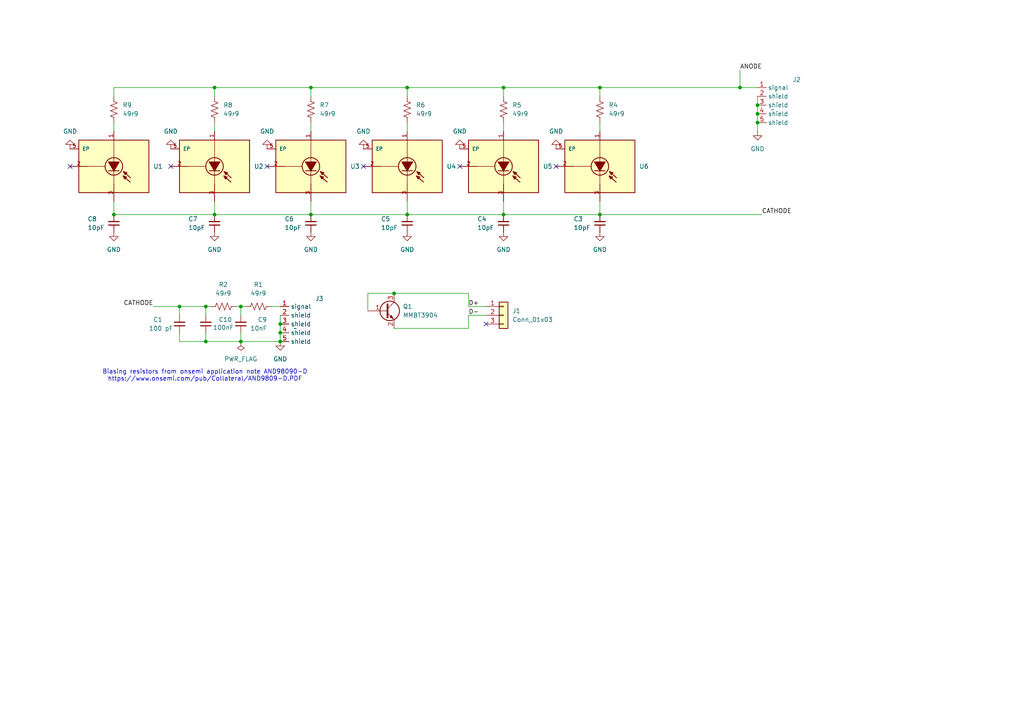
<source format=kicad_sch>
(kicad_sch (version 20231120) (generator "eeschema") (generator_version "8.0")
  (paper "A4")
  (title_block (title "onsemi grips sipm board") (date "2023-07-30") (rev "1") (company "university of minnesota") (comment 1 "william setterberg") (comment 2 "revised jan 2024"))
  (lib_symbols
    (symbol "Connector_Generic:Conn_01x03" (pin_names (offset 1.016) hide)
      (property "Reference" "J" (at 0 5.08 0))
      (property "Value" "Conn_01x03" (at 0 -5.08 0))
      (symbol "Conn_01x03_1_1"
        (rectangle (start -1.27 -2.413) (end 0 -2.667) (stroke (width 0.1524)))
        (rectangle (start -1.27 0.127) (end 0 -0.127) (stroke (width 0.1524)))
        (rectangle (start -1.27 2.667) (end 0 2.413) (stroke (width 0.1524)))
        (rectangle (start -1.27 3.81) (end 1.27 -3.81) (stroke (width 0.254)) (fill (type background)))
        (pin passive line (at -5.08 2.54 0) (length 3.81) (name "Pin_1") (number "1"))
        (pin passive line (at -5.08 0 0) (length 3.81) (name "Pin_2") (number "2"))
        (pin passive line (at -5.08 -2.54 0) (length 3.81) (name "Pin_3") (number "3"))
      )
    )
    (symbol "Device:C_Small" (pin_numbers hide) (pin_names (offset 0.254) hide)
      (property "Reference" "C" (at 0.254 1.778 0))
      (property "Value" "C_Small" (at 0.254 -2.032 0))
      (symbol "C_Small_0_1"
        (polyline (pts (xy -1.524 -0.508) (xy 1.524 -0.508)) (stroke (width 0.3302)))
        (polyline (pts (xy -1.524 0.508) (xy 1.524 0.508)) (stroke (width 0.3048)))
      )
      (symbol "C_Small_1_1"
        (pin passive line (at 0 2.54 270) (length 2.032) (name "~") (number "1"))
        (pin passive line (at 0 -2.54 90) (length 2.032) (name "~") (number "2"))
      )
    )
    (symbol "Device:R_US" (pin_numbers hide) (pin_names (offset 0))
      (property "Reference" "R" (at 2.54 0 90))
      (property "Value" "R_US" (at -2.54 0 90))
      (symbol "R_US_0_1"
        (polyline (pts (xy 0 -2.286) (xy 0 -2.54)))
        (polyline (pts (xy 0 2.286) (xy 0 2.54)))
        (polyline (pts (xy 0 -0.762) (xy 1.016 -1.143) (xy 0 -1.524) (xy -1.016 -1.905) (xy 0 -2.286)))
        (polyline (pts (xy 0 0.762) (xy 1.016 0.381) (xy 0 0) (xy -1.016 -0.381) (xy 0 -0.762)))
        (polyline (pts (xy 0 2.286) (xy 1.016 1.905) (xy 0 1.524) (xy -1.016 1.143) (xy 0 0.762)))
      )
      (symbol "R_US_1_1"
        (pin passive line (at 0 3.81 270) (length 1.27) (name "~") (number "1"))
        (pin passive line (at 0 -3.81 90) (length 1.27) (name "~") (number "2"))
      )
    )
    (symbol "GND_1" (power) (pin_numbers hide) (pin_names (offset 0) hide)
      (property "Value" "GND" (at 0 -3.81 0))
      (symbol "GND_1_0_1"
        (polyline (pts (xy 0 0) (xy 0 -1.27) (xy 1.27 -1.27) (xy 0 -2.54) (xy -1.27 -1.27) (xy 0 -1.27)))
      )
      (symbol "GND_1_1_1"
        (pin power_in line (at 0 0 270) (length 0) (name "~") (number "1"))
      )
    )
    (symbol "GND_3" (power) (pin_numbers hide) (pin_names (offset 0) hide)
      (property "Value" "GND" (at 0 -3.81 0))
      (symbol "GND_3_0_1"
        (polyline (pts (xy 0 0) (xy 0 -1.27) (xy 1.27 -1.27) (xy 0 -2.54) (xy -1.27 -1.27) (xy 0 -1.27)))
      )
      (symbol "GND_3_1_1"
        (pin power_in line (at 0 0 270) (length 0) (name "~") (number "1"))
      )
    )
    (symbol "GND_4" (power) (pin_numbers hide) (pin_names (offset 0) hide)
      (property "Value" "GND" (at 0 -3.81 0))
      (symbol "GND_4_0_1"
        (polyline (pts (xy 0 0) (xy 0 -1.27) (xy 1.27 -1.27) (xy 0 -2.54) (xy -1.27 -1.27) (xy 0 -1.27)))
      )
      (symbol "GND_4_1_1"
        (pin power_in line (at 0 0 270) (length 0) (name "~") (number "1"))
      )
    )
    (symbol "Transistor_BJT:MMBT3904" (pin_names (offset 0) hide)
      (property "Reference" "Q" (at 5.08 1.905 0))
      (property "Value" "MMBT3904" (at 5.08 0 0))
      (symbol "MMBT3904_0_1"
        (polyline (pts (xy 0.635 0.635) (xy 2.54 2.54)))
        (polyline (pts (xy 0.635 -0.635) (xy 2.54 -2.54) (xy 2.54 -2.54)))
        (polyline (pts (xy 0.635 1.905) (xy 0.635 -1.905) (xy 0.635 -1.905)) (stroke (width 0.508)))
        (polyline (pts (xy 1.27 -1.778) (xy 1.778 -1.27) (xy 2.286 -2.286) (xy 1.27 -1.778) (xy 1.27 -1.778)) (fill (type outline)))
        (circle (center 1.27 0) (radius 2.8194) (stroke (width 0.254)))
      )
      (symbol "MMBT3904_1_1"
        (pin input line (at -5.08 0 0) (length 5.715) (name "B") (number "1"))
        (pin passive line (at 2.54 -5.08 90) (length 2.54) (name "E") (number "2"))
        (pin passive line (at 2.54 5.08 270) (length 2.54) (name "C") (number "3"))
      )
    )
    (symbol "power:PWR_FLAG" (power) (pin_numbers hide) (pin_names (offset 0) hide)
      (property "Value" "PWR_FLAG" (at 0 3.81 0))
      (symbol "PWR_FLAG_0_0"
        (pin power_out line (at 0 0 90) (length 0) (name "~") (number "1"))
      )
      (symbol "PWR_FLAG_0_1"
        (polyline (pts (xy 0 0) (xy 0 1.27) (xy -1.016 1.905) (xy 0 2.54) (xy 1.016 1.905) (xy 0 1.27)))
      )
    )
    (symbol "proj:MICROFC-60035-SMT-TR1" (pin_names (offset 1.016))
      (property "Reference" "U" (at -10.16 7.874 0))
      (property "Value" "MICROFC-60035-SMT-TR1" (at -29.21 -10.16 0))
      (symbol "MICROFC-60035-SMT-TR1_0_0"
        (rectangle (start -10.16 -7.62) (end 10.16 7.62) (stroke (width 0.254)) (fill (type background)))
        (polyline (pts (xy -3.7592 1.8542) (xy -3.2766 2.413)) (stroke (width 0.254)))
        (polyline (pts (xy -3.7592 1.8542) (xy -3.0226 1.8288)) (stroke (width 0.254)))
        (polyline (pts (xy -3.6576 3.0988) (xy -3.175 3.6576)) (stroke (width 0.254)))
        (polyline (pts (xy -3.6576 3.0988) (xy -2.921 3.0734)) (stroke (width 0.254)))
        (polyline (pts (xy -3.3528 2.2352) (xy -3.2004 2.0066)) (stroke (width 0.254)))
        (polyline (pts (xy -3.2766 2.413) (xy -2.794 1.524)) (stroke (width 0.254)))
        (polyline (pts (xy -3.2512 3.4798) (xy -3.0988 3.2512)) (stroke (width 0.254)))
        (polyline (pts (xy -3.175 3.6576) (xy -2.6924 2.7686)) (stroke (width 0.254)))
        (polyline (pts (xy -3.0226 1.8288) (xy -3.0226 1.9558)) (stroke (width 0.254)))
        (polyline (pts (xy -2.921 3.0734) (xy -2.921 3.2004)) (stroke (width 0.254)))
        (polyline (pts (xy -2.794 1.524) (xy -4.826 3.302)) (stroke (width 0.254)))
        (polyline (pts (xy -2.794 1.524) (xy -3.7592 1.8542)) (stroke (width 0.254)))
        (polyline (pts (xy -2.6924 2.7686) (xy -4.7244 4.5466)) (stroke (width 0.254)))
        (polyline (pts (xy -2.6924 2.7686) (xy -3.6576 3.0988)) (stroke (width 0.254)))
        (polyline (pts (xy -1.524 -1.27) (xy 0 -1.27)) (stroke (width 0.254)))
        (polyline (pts (xy -1.524 1.27) (xy 0 1.27)) (stroke (width 0.254)))
        (polyline (pts (xy 0 -1.27) (xy 0 -7.62)) (stroke (width 0.1524)))
        (polyline (pts (xy 0 -1.27) (xy 1.524 -1.27)) (stroke (width 0.254)))
        (polyline (pts (xy 0 1.27) (xy -1.524 -1.27)) (stroke (width 0.254)))
        (polyline (pts (xy 0 1.27) (xy 1.524 1.27)) (stroke (width 0.254)))
        (polyline (pts (xy 0 5.08) (xy 0 1.27)) (stroke (width 0.1524)))
        (polyline (pts (xy 1.524 -1.27) (xy 0 1.27)) (stroke (width 0.254)))
        (polyline (pts (xy 2.54 0) (xy 7.62 0)) (stroke (width 0.1524)))
        (polyline (pts (xy 0 1.27) (xy -1.524 -1.27) (xy 1.524 -1.27) (xy 0 1.27)) (stroke (width 0.254)) (fill (type outline)))
        (circle (center 0 0) (radius 2.54) (stroke (width 0.254)))
        (pin passive line (at 0 -10.16 90) (length 2.54) (name "~") (number "1"))
        (pin passive line (at 12.7 0 180) (length 5.08) (name "~") (number "2"))
        (pin passive line (at 0 10.16 270) (length 5.08) (name "~") (number "3"))
        (pin power_in line (at 12.7 -5.08 180) (length 2.54) (name "EP") (number "5"))
      )
    )
    (symbol "proj:molex coax"
      (property "Reference" "J" (at 8.128 6.096 0))
      (symbol "molex coax_1_1"
        (pin passive line (at 0 3.81 0) (length 2.54) (name "signal") (number "1"))
        (pin passive line (at 0 1.27 0) (length 2.54) (name "shield") (number "2"))
        (pin passive line (at 0 -1.27 0) (length 2.54) (name "shield") (number "3"))
        (pin passive line (at 0 -3.81 0) (length 2.54) (name "shield") (number "4"))
        (pin passive line (at 0 -6.35 0) (length 2.54) (name "shield") (number "5"))
      )
    )
  )
  (junction (at 52.07 88.9))
  (junction (at 214.63 25.4))
  (junction (at 118.11 25.4))
  (junction (at 219.71 33.02))
  (junction (at 118.11 62.23))
  (junction (at 146.05 25.4))
  (junction (at 90.17 62.23))
  (junction (at 90.17 25.4))
  (junction (at 114.3 85.09))
  (junction (at 59.69 88.9))
  (junction (at 146.05 62.23))
  (junction (at 81.28 99.06))
  (junction (at 69.85 88.9))
  (junction (at 62.23 25.4))
  (junction (at 62.23 62.23))
  (junction (at 33.02 62.23))
  (junction (at 59.69 99.06))
  (junction (at 69.85 99.06))
  (junction (at 219.71 30.48))
  (junction (at 81.28 96.52))
  (junction (at 81.28 93.98))
  (junction (at 173.99 62.23))
  (junction (at 219.71 35.56))
  (junction (at 173.99 25.4))
  (no_connect (at 77.47 48.26))
  (no_connect (at 140.97 93.98))
  (no_connect (at 49.53 48.26))
  (no_connect (at 20.32 48.26))
  (no_connect (at 133.35 48.26))
  (no_connect (at 161.29 48.26))
  (no_connect (at 105.41 48.26))
  (wire (pts (xy 69.85 96.52) (xy 69.85 99.06)))
  (wire (pts (xy 106.68 85.09) (xy 114.3 85.09)))
  (wire (pts (xy 173.99 25.4) (xy 173.99 27.94)))
  (wire (pts (xy 90.17 25.4) (xy 90.17 27.94)))
  (wire (pts (xy 90.17 35.56) (xy 90.17 38.1)))
  (wire (pts (xy 135.89 91.44) (xy 140.97 91.44)))
  (wire (pts (xy 52.07 88.9) (xy 52.07 91.44)))
  (wire (pts (xy 81.28 96.52) (xy 81.28 99.06)))
  (wire (pts (xy 135.89 85.09) (xy 135.89 88.9)))
  (wire (pts (xy 90.17 62.23) (xy 118.11 62.23)))
  (wire (pts (xy 173.99 58.42) (xy 173.99 62.23)))
  (wire (pts (xy 62.23 25.4) (xy 90.17 25.4)))
  (wire (pts (xy 69.85 99.06) (xy 81.28 99.06)))
  (wire (pts (xy 135.89 88.9) (xy 140.97 88.9)))
  (wire (pts (xy 146.05 25.4) (xy 173.99 25.4)))
  (wire (pts (xy 78.74 88.9) (xy 81.28 88.9)))
  (wire (pts (xy 219.71 35.56) (xy 219.71 38.1)))
  (wire (pts (xy 90.17 58.42) (xy 90.17 62.23)))
  (wire (pts (xy 59.69 96.52) (xy 59.69 99.06)))
  (wire (pts (xy 81.28 91.44) (xy 81.28 93.98)))
  (wire (pts (xy 146.05 35.56) (xy 146.05 38.1)))
  (wire (pts (xy 146.05 62.23) (xy 173.99 62.23)))
  (wire (pts (xy 118.11 62.23) (xy 146.05 62.23)))
  (wire (pts (xy 69.85 88.9) (xy 71.12 88.9)))
  (wire (pts (xy 219.71 33.02) (xy 219.71 35.56)))
  (wire (pts (xy 214.63 25.4) (xy 219.71 25.4)))
  (wire (pts (xy 114.3 95.25) (xy 135.89 95.25)))
  (wire (pts (xy 114.3 85.09) (xy 135.89 85.09)))
  (wire (pts (xy 62.23 58.42) (xy 62.23 62.23)))
  (wire (pts (xy 62.23 62.23) (xy 90.17 62.23)))
  (wire (pts (xy 90.17 25.4) (xy 118.11 25.4)))
  (wire (pts (xy 33.02 35.56) (xy 33.02 38.1)))
  (wire (pts (xy 62.23 25.4) (xy 33.02 25.4)))
  (wire (pts (xy 52.07 99.06) (xy 59.69 99.06)))
  (wire (pts (xy 52.07 88.9) (xy 59.69 88.9)))
  (wire (pts (xy 135.89 95.25) (xy 135.89 91.44)))
  (wire (pts (xy 173.99 62.23) (xy 220.98 62.23)))
  (wire (pts (xy 173.99 35.56) (xy 173.99 38.1)))
  (wire (pts (xy 59.69 88.9) (xy 60.96 88.9)))
  (wire (pts (xy 118.11 58.42) (xy 118.11 62.23)))
  (wire (pts (xy 52.07 96.52) (xy 52.07 99.06)))
  (wire (pts (xy 69.85 88.9) (xy 69.85 91.44)))
  (wire (pts (xy 146.05 25.4) (xy 146.05 27.94)))
  (wire (pts (xy 44.45 88.9) (xy 52.07 88.9)))
  (wire (pts (xy 81.28 93.98) (xy 81.28 96.52)))
  (wire (pts (xy 33.02 25.4) (xy 33.02 27.94)))
  (wire (pts (xy 173.99 25.4) (xy 214.63 25.4)))
  (wire (pts (xy 118.11 25.4) (xy 118.11 27.94)))
  (wire (pts (xy 62.23 25.4) (xy 62.23 27.94)))
  (wire (pts (xy 214.63 20.32) (xy 214.63 25.4)))
  (wire (pts (xy 59.69 99.06) (xy 69.85 99.06)))
  (wire (pts (xy 118.11 25.4) (xy 146.05 25.4)))
  (wire (pts (xy 33.02 62.23) (xy 62.23 62.23)))
  (wire (pts (xy 219.71 30.48) (xy 219.71 33.02)))
  (wire (pts (xy 68.58 88.9) (xy 69.85 88.9)))
  (wire (pts (xy 219.71 27.94) (xy 219.71 30.48)))
  (wire (pts (xy 106.68 85.09) (xy 106.68 90.17)))
  (wire (pts (xy 146.05 58.42) (xy 146.05 62.23)))
  (wire (pts (xy 118.11 35.56) (xy 118.11 38.1)))
  (wire (pts (xy 33.02 58.42) (xy 33.02 62.23)))
  (wire (pts (xy 62.23 35.56) (xy 62.23 38.1)))
  (wire (pts (xy 59.69 88.9) (xy 59.69 91.44)))
  (text "Biasing resistors from onsemi application note AND98090-D\nhttps://www.onsemi.com/pub/Collateral/AND9809-D.PDF" (at 59.436 108.966 0) (effects (font (size 1.27 1.27))))
  (label "D-" (at 135.89 91.44 0))
  (label "CATHODE" (at 220.98 62.23 0))
  (label "ANODE" (at 214.63 20.32 0))
  (label "D+" (at 135.89 88.9 0))
  (label "CATHODE" (at 44.45 88.9 180))
  (symbol (lib_id "Device:R_US") (at 74.93 88.9 90) (unit 1)
    (property "Reference" "R1" (at 74.93 82.55 90))
    (property "Value" "49r9" (at 74.93 85.09 90))
    (property "Footprint" "Resistor_SMD:R_0402_1005Metric" (effects (hide yes)))
    (property "Datasheet" "https://www.digikey.com/en/products/detail/yageo/RC0402FR-0749R9L/726621" (effects (hide yes)))
    (property "Description" "Resistor, US symbol" (effects (hide yes)))
  )
  (symbol (lib_id "Device:R_US") (at 173.99 31.75 180) (unit 1)
    (property "Reference" "R4" (at 176.53 30.4799 0) (effects (justify right)))
    (property "Value" "49r9" (at 176.53 33.0199 0) (effects (justify right)))
    (property "Footprint" "Resistor_SMD:R_0402_1005Metric" (effects (hide yes)))
    (property "Datasheet" "https://www.digikey.com/en/products/detail/yageo/RC0402FR-0749R9L/726621" (effects (hide yes)))
    (property "Description" "Resistor, US symbol" (effects (hide yes)))
  )
  (symbol (lib_name "GND_3") (lib_id "power:GND") (at 90.17 67.31 0) (unit 1)
    (property "Reference" "#PWR08" (effects (hide yes)))
    (property "Value" "GND" (at 90.17 72.39 0))
    (property "Description" "Power symbol creates a global label with name \"GND\" , ground" (effects (hide yes)))
  )
  (symbol (lib_id "proj:MICROFC-60035-SMT-TR1") (at 90.17 48.26 180) (unit 1)
    (property "Reference" "U3" (at 101.6 48.26 0) (effects (justify right)))
    (property "Value" "MICROFC-60035-SMT-TR1" (effects (hide yes)))
    (property "Footprint" "XDCR_MICROFC-60035-SMT-TR1" (effects (hide yes)))
    (property "PARTREV" "31 JUL 2018" (effects (hide yes)))
    (property "STANDARD" "Manufacturer Recommendations" (effects (hide yes)))
    (property "MANUFACTURER" "ONSEMI" (effects (hide yes)))
  )
  (symbol (lib_id "Device:C_Small") (at 33.02 64.77 180) (unit 1)
    (property "Reference" "C8" (at 25.4 63.5 0) (effects (justify right)))
    (property "Value" "10pF" (at 25.4 66.04 0) (effects (justify right)))
    (property "Footprint" "Capacitor_SMD:C_0805_2012Metric" (effects (hide yes)))
    (property "Datasheet" "https://www.digikey.com/en/products/detail/kemet/C0805C103K1RAC7025/12700981" (effects (hide yes)))
  )
  (symbol (lib_id "Device:C_Small") (at 146.05 64.77 180) (unit 1)
    (property "Reference" "C4" (at 138.43 63.5 0) (effects (justify right)))
    (property "Value" "10pF" (at 138.43 66.04 0) (effects (justify right)))
    (property "Footprint" "Capacitor_SMD:C_0805_2012Metric" (effects (hide yes)))
    (property "Datasheet" "https://www.digikey.com/en/products/detail/kemet/C0805C103K1RAC7025/12700981" (effects (hide yes)))
  )
  (symbol (lib_name "GND_4") (lib_id "power:GND") (at 20.32 43.18 180) (unit 1)
    (property "Reference" "#PWR016" (effects (hide yes)))
    (property "Value" "GND" (at 20.32 38.1 0))
    (property "Description" "Power symbol creates a global label with name \"GND\" , ground" (effects (hide yes)))
  )
  (symbol (lib_id "proj:MICROFC-60035-SMT-TR1") (at 173.99 48.26 180) (unit 1)
    (property "Reference" "U6" (at 185.42 48.26 0) (effects (justify right)))
    (property "Value" "MICROFC-60035-SMT-TR1" (effects (hide yes)))
    (property "Footprint" "XDCR_MICROFC-60035-SMT-TR1" (effects (hide yes)))
    (property "PARTREV" "31 JUL 2018" (effects (hide yes)))
    (property "STANDARD" "Manufacturer Recommendations" (effects (hide yes)))
    (property "MANUFACTURER" "ONSEMI" (effects (hide yes)))
  )
  (symbol (lib_name "GND_3") (lib_id "power:GND") (at 62.23 67.31 0) (unit 1)
    (property "Reference" "#PWR09" (effects (hide yes)))
    (property "Value" "GND" (at 62.23 72.39 0))
    (property "Description" "Power symbol creates a global label with name \"GND\" , ground" (effects (hide yes)))
  )
  (symbol (lib_id "Device:R_US") (at 118.11 31.75 180) (unit 1)
    (property "Reference" "R6" (at 120.65 30.4799 0) (effects (justify right)))
    (property "Value" "49r9" (at 120.65 33.0199 0) (effects (justify right)))
    (property "Footprint" "Resistor_SMD:R_0402_1005Metric" (effects (hide yes)))
    (property "Datasheet" "https://www.digikey.com/en/products/detail/yageo/RC0402FR-0749R9L/726621" (effects (hide yes)))
    (property "Description" "Resistor, US symbol" (effects (hide yes)))
  )
  (symbol (lib_name "GND_4") (lib_id "power:GND") (at 49.53 43.18 180) (unit 1)
    (property "Reference" "#PWR015" (effects (hide yes)))
    (property "Value" "GND" (at 49.53 38.1 0))
    (property "Description" "Power symbol creates a global label with name \"GND\" , ground" (effects (hide yes)))
  )
  (symbol (lib_id "Device:C_Small") (at 52.07 93.98 180) (unit 1)
    (property "Reference" "C1" (at 44.45 92.71 0) (effects (justify right)))
    (property "Value" "100 pF" (at 43.18 95.25 0) (effects (justify right)))
    (property "Footprint" "Capacitor_SMD:C_0805_2012Metric" (effects (hide yes)))
    (property "Datasheet" "https://www.digikey.com/en/products/detail/kemet/C0805C103K1RAC7025/12700981" (effects (hide yes)))
  )
  (symbol (lib_id "Device:C_Small") (at 90.17 64.77 180) (unit 1)
    (property "Reference" "C6" (at 82.55 63.5 0) (effects (justify right)))
    (property "Value" "10pF" (at 82.55 66.04 0) (effects (justify right)))
    (property "Footprint" "Capacitor_SMD:C_0805_2012Metric" (effects (hide yes)))
    (property "Datasheet" "https://www.digikey.com/en/products/detail/kemet/C0805C103K1RAC7025/12700981" (effects (hide yes)))
  )
  (symbol (lib_id "Connector_Generic:Conn_01x03") (at 146.05 91.44 0) (unit 1)
    (property "Reference" "J1" (at 148.59 90.17 0) (effects (justify left)))
    (property "Value" "Conn_01x03" (at 148.59 92.71 0) (effects (justify left)))
    (property "Footprint" "Connector_Harwin:Harwin_LTek-Male_03_P2.00mm_Vertical" (effects (hide yes)))
    (property "Datasheet" "https://www.mouser.com/datasheet/2/181/M80_772R-2999210.pdf" (effects (hide yes)))
  )
  (symbol (lib_id "power:PWR_FLAG") (at 69.85 99.06 180) (unit 1)
    (property "Reference" "#FLG01" (effects (hide yes)))
    (property "Value" "PWR_FLAG" (at 69.85 104.14 0))
    (property "Description" "Special symbol for telling ERC where power comes from" (effects (hide yes)))
  )
  (symbol (lib_id "Device:R_US") (at 90.17 31.75 180) (unit 1)
    (property "Reference" "R7" (at 92.71 30.4799 0) (effects (justify right)))
    (property "Value" "49r9" (at 92.71 33.0199 0) (effects (justify right)))
    (property "Footprint" "Resistor_SMD:R_0402_1005Metric" (effects (hide yes)))
    (property "Datasheet" "https://www.digikey.com/en/products/detail/yageo/RC0402FR-0749R9L/726621" (effects (hide yes)))
    (property "Description" "Resistor, US symbol" (effects (hide yes)))
  )
  (symbol (lib_name "GND_3") (lib_id "power:GND") (at 33.02 67.31 0) (unit 1)
    (property "Reference" "#PWR010" (effects (hide yes)))
    (property "Value" "GND" (at 33.02 72.39 0))
    (property "Description" "Power symbol creates a global label with name \"GND\" , ground" (effects (hide yes)))
  )
  (symbol (lib_id "proj:MICROFC-60035-SMT-TR1") (at 33.02 48.26 180) (unit 1)
    (property "Reference" "U1" (at 44.45 48.26 0) (effects (justify right)))
    (property "Value" "MICROFC-60035-SMT-TR1" (effects (hide yes)))
    (property "Footprint" "XDCR_MICROFC-60035-SMT-TR1" (effects (hide yes)))
    (property "PARTREV" "31 JUL 2018" (effects (hide yes)))
    (property "STANDARD" "Manufacturer Recommendations" (effects (hide yes)))
    (property "MANUFACTURER" "ONSEMI" (effects (hide yes)))
  )
  (symbol (lib_id "Device:C_Small") (at 62.23 64.77 180) (unit 1)
    (property "Reference" "C7" (at 54.61 63.5 0) (effects (justify right)))
    (property "Value" "10pF" (at 54.61 66.04 0) (effects (justify right)))
    (property "Footprint" "Capacitor_SMD:C_0805_2012Metric" (effects (hide yes)))
    (property "Datasheet" "https://www.digikey.com/en/products/detail/kemet/C0805C103K1RAC7025/12700981" (effects (hide yes)))
  )
  (symbol (lib_id "proj:MICROFC-60035-SMT-TR1") (at 62.23 48.26 180) (unit 1)
    (property "Reference" "U2" (at 73.66 48.26 0) (effects (justify right)))
    (property "Value" "MICROFC-60035-SMT-TR1" (effects (hide yes)))
    (property "Footprint" "XDCR_MICROFC-60035-SMT-TR1" (effects (hide yes)))
    (property "PARTREV" "31 JUL 2018" (effects (hide yes)))
    (property "STANDARD" "Manufacturer Recommendations" (effects (hide yes)))
    (property "MANUFACTURER" "ONSEMI" (effects (hide yes)))
  )
  (symbol (lib_name "GND_3") (lib_id "power:GND") (at 146.05 67.31 0) (unit 1)
    (property "Reference" "#PWR05" (effects (hide yes)))
    (property "Value" "GND" (at 146.05 72.39 0))
    (property "Description" "Power symbol creates a global label with name \"GND\" , ground" (effects (hide yes)))
  )
  (symbol (lib_name "GND_4") (lib_id "power:GND") (at 105.41 43.18 180) (unit 1)
    (property "Reference" "#PWR013" (effects (hide yes)))
    (property "Value" "GND" (at 105.41 38.1 0))
    (property "Description" "Power symbol creates a global label with name \"GND\" , ground" (effects (hide yes)))
  )
  (symbol (lib_id "Device:R_US") (at 62.23 31.75 180) (unit 1)
    (property "Reference" "R8" (at 64.77 30.4799 0) (effects (justify right)))
    (property "Value" "49r9" (at 64.77 33.0199 0) (effects (justify right)))
    (property "Footprint" "Resistor_SMD:R_0402_1005Metric" (effects (hide yes)))
    (property "Datasheet" "https://www.digikey.com/en/products/detail/yageo/RC0402FR-0749R9L/726621" (effects (hide yes)))
    (property "Description" "Resistor, US symbol" (effects (hide yes)))
  )
  (symbol (lib_name "GND_1") (lib_id "power:GND") (at 219.71 38.1 0) (unit 1)
    (property "Reference" "#PWR02" (effects (hide yes)))
    (property "Value" "GND" (at 219.71 43.18 0))
    (property "Description" "Power symbol creates a global label with name \"GND\" , ground" (effects (hide yes)))
  )
  (symbol (lib_name "GND_4") (lib_id "power:GND") (at 133.35 43.18 180) (unit 1)
    (property "Reference" "#PWR012" (effects (hide yes)))
    (property "Value" "GND" (at 133.35 38.1 0))
    (property "Description" "Power symbol creates a global label with name \"GND\" , ground" (effects (hide yes)))
  )
  (symbol (lib_name "GND_4") (lib_id "power:GND") (at 161.29 43.18 180) (unit 1)
    (property "Reference" "#PWR011" (effects (hide yes)))
    (property "Value" "GND" (at 161.29 38.1 0))
    (property "Description" "Power symbol creates a global label with name \"GND\" , ground" (effects (hide yes)))
  )
  (symbol (lib_id "Device:R_US") (at 33.02 31.75 180) (unit 1)
    (property "Reference" "R9" (at 35.56 30.4799 0) (effects (justify right)))
    (property "Value" "49r9" (at 35.56 33.0199 0) (effects (justify right)))
    (property "Footprint" "Resistor_SMD:R_0402_1005Metric" (effects (hide yes)))
    (property "Datasheet" "https://www.digikey.com/en/products/detail/yageo/RC0402FR-0749R9L/726621" (effects (hide yes)))
    (property "Description" "Resistor, US symbol" (effects (hide yes)))
  )
  (symbol (lib_id "Device:C_Small") (at 118.11 64.77 180) (unit 1)
    (property "Reference" "C5" (at 110.49 63.5 0) (effects (justify right)))
    (property "Value" "10pF" (at 110.49 66.04 0) (effects (justify right)))
    (property "Footprint" "Capacitor_SMD:C_0805_2012Metric" (effects (hide yes)))
    (property "Datasheet" "https://www.digikey.com/en/products/detail/kemet/C0805C103K1RAC7025/12700981" (effects (hide yes)))
  )
  (symbol (lib_name "GND_4") (lib_id "power:GND") (at 77.47 43.18 180) (unit 1)
    (property "Reference" "#PWR014" (effects (hide yes)))
    (property "Value" "GND" (at 77.47 38.1 0))
    (property "Description" "Power symbol creates a global label with name \"GND\" , ground" (effects (hide yes)))
  )
  (symbol (lib_id "Transistor_BJT:MMBT3904") (at 111.76 90.17 0) (unit 1)
    (property "Reference" "Q1" (at 116.84 88.9 0) (effects (justify left)))
    (property "Value" "MMBT3904" (at 116.84 91.44 0) (effects (justify left)))
    (property "Footprint" "Package_TO_SOT_SMD:SOT-23" (effects (hide yes)))
    (property "Datasheet" "https://www.onsemi.com/pdf/datasheet/pzt3904-d.pdf" (effects (hide yes)))
  )
  (symbol (lib_id "Device:C_Small") (at 59.69 93.98 0) (mirror x) (unit 1)
    (property "Reference" "C10" (at 67.31 92.71 0) (effects (justify right)))
    (property "Value" "100nF" (at 67.818 94.996 0) (effects (justify right)))
    (property "Footprint" "Capacitor_SMD:C_0805_2012Metric" (effects (hide yes)))
  )
  (symbol (lib_id "Device:C_Small") (at 69.85 93.98 0) (mirror x) (unit 1)
    (property "Reference" "C9" (at 77.47 92.71 0) (effects (justify right)))
    (property "Value" "10nF" (at 77.47 95.25 0) (effects (justify right)))
    (property "Footprint" "Capacitor_SMD:C_0805_2012Metric" (effects (hide yes)))
    (property "Datasheet" "https://www.digikey.com/en/products/detail/kemet/C0805C103K1RAC7025/12700981" (effects (hide yes)))
  )
  (symbol (lib_id "proj:molex coax") (at 81.28 92.71 0) (unit 1)
    (property "Reference" "J3" (at 91.44 86.614 0) (effects (justify left)))
    (property "Value" "~" (at 85.09 95.25 0) (effects (justify left)))
    (property "Footprint" "proj:CONN_73415-1472_MOL" (effects (hide yes)))
  )
  (symbol (lib_id "Device:R_US") (at 64.77 88.9 90) (unit 1)
    (property "Reference" "R2" (at 64.77 82.55 90))
    (property "Value" "49r9" (at 64.77 85.09 90))
    (property "Footprint" "Resistor_SMD:R_0402_1005Metric" (effects (hide yes)))
    (property "Datasheet" "https://www.digikey.com/en/products/detail/yageo/RC0402FR-0749R9L/726621" (effects (hide yes)))
    (property "Description" "Resistor, US symbol" (effects (hide yes)))
  )
  (symbol (lib_id "Device:R_US") (at 146.05 31.75 180) (unit 1)
    (property "Reference" "R5" (at 148.59 30.4799 0) (effects (justify right)))
    (property "Value" "49r9" (at 148.59 33.0199 0) (effects (justify right)))
    (property "Footprint" "Resistor_SMD:R_0402_1005Metric" (effects (hide yes)))
    (property "Datasheet" "https://www.digikey.com/en/products/detail/yageo/RC0402FR-0749R9L/726621" (effects (hide yes)))
    (property "Description" "Resistor, US symbol" (effects (hide yes)))
  )
  (symbol (lib_id "Device:C_Small") (at 173.99 64.77 180) (unit 1)
    (property "Reference" "C3" (at 166.37 63.5 0) (effects (justify right)))
    (property "Value" "10pF" (at 166.37 66.04 0) (effects (justify right)))
    (property "Footprint" "Capacitor_SMD:C_0805_2012Metric" (effects (hide yes)))
    (property "Datasheet" "https://www.digikey.com/en/products/detail/kemet/C0805C103K1RAC7025/12700981" (effects (hide yes)))
  )
  (symbol (lib_id "proj:molex coax") (at 219.71 29.21 0) (unit 1)
    (property "Reference" "J2" (at 229.87 23.114 0) (effects (justify left)))
    (property "Value" "~" (at 223.52 31.75 0) (effects (justify left)))
    (property "Footprint" "proj:CONN_73415-1472_MOL" (effects (hide yes)))
  )
  (symbol (lib_name "GND_3") (lib_id "power:GND") (at 173.99 67.31 0) (unit 1)
    (property "Reference" "#PWR04" (effects (hide yes)))
    (property "Value" "GND" (at 173.99 72.39 0))
    (property "Description" "Power symbol creates a global label with name \"GND\" , ground" (effects (hide yes)))
  )
  (symbol (lib_name "GND_1") (lib_id "power:GND") (at 81.28 99.06 0) (unit 1)
    (property "Reference" "#PWR01" (effects (hide yes)))
    (property "Value" "GND" (at 81.28 104.14 0))
    (property "Description" "Power symbol creates a global label with name \"GND\" , ground" (effects (hide yes)))
  )
  (symbol (lib_id "proj:MICROFC-60035-SMT-TR1") (at 146.05 48.26 180) (unit 1)
    (property "Reference" "U5" (at 157.48 48.26 0) (effects (justify right)))
    (property "Value" "MICROFC-60035-SMT-TR1" (effects (hide yes)))
    (property "Footprint" "XDCR_MICROFC-60035-SMT-TR1" (effects (hide yes)))
    (property "PARTREV" "31 JUL 2018" (effects (hide yes)))
    (property "STANDARD" "Manufacturer Recommendations" (effects (hide yes)))
    (property "MANUFACTURER" "ONSEMI" (effects (hide yes)))
  )
  (symbol (lib_name "GND_3") (lib_id "power:GND") (at 118.11 67.31 0) (unit 1)
    (property "Reference" "#PWR06" (effects (hide yes)))
    (property "Value" "GND" (at 118.11 72.39 0))
    (property "Description" "Power symbol creates a global label with name \"GND\" , ground" (effects (hide yes)))
  )
  (symbol (lib_id "proj:MICROFC-60035-SMT-TR1") (at 118.11 48.26 180) (unit 1)
    (property "Reference" "U4" (at 129.54 48.26 0) (effects (justify right)))
    (property "Value" "MICROFC-60035-SMT-TR1" (effects (hide yes)))
    (property "Footprint" "XDCR_MICROFC-60035-SMT-TR1" (effects (hide yes)))
    (property "PARTREV" "31 JUL 2018" (effects (hide yes)))
    (property "STANDARD" "Manufacturer Recommendations" (effects (hide yes)))
    (property "MANUFACTURER" "ONSEMI" (effects (hide yes)))
  )
)
</source>
